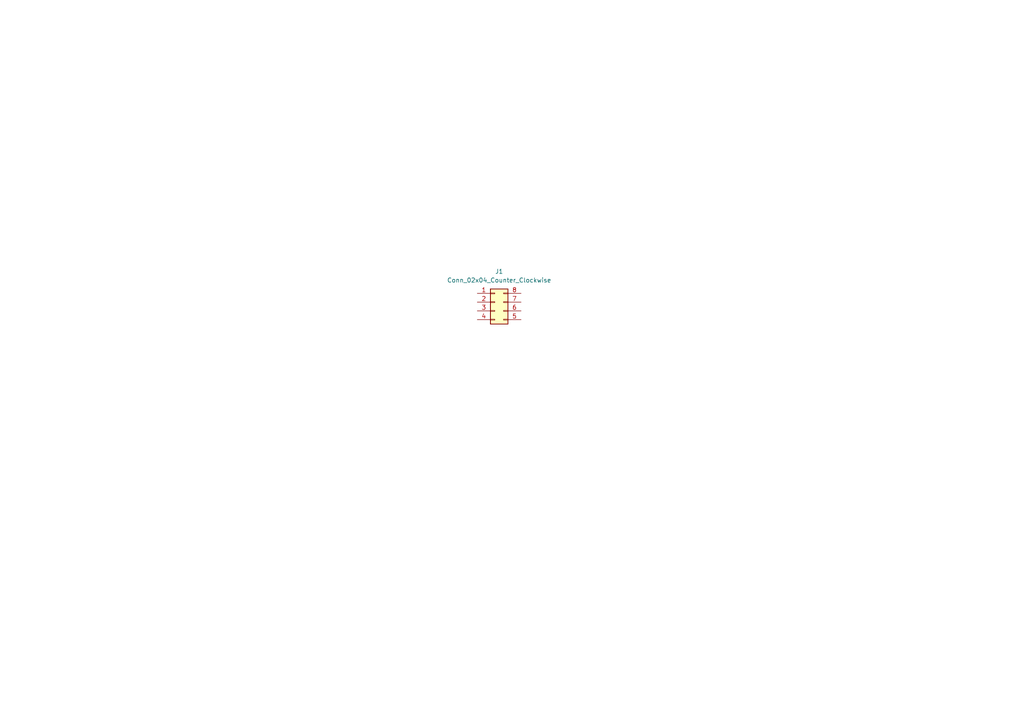
<source format=kicad_sch>
(kicad_sch (version 20231120) (generator "eeschema") (generator_version "8.0")
  (paper "A4")
  (lib_symbols
    (symbol "Connector_Generic:Conn_02x04_Counter_Clockwise" (pin_names (offset 1.016) hide)
      (property "Reference" "J" (at 1.27 5.08 0))
      (property "Value" "Conn_02x04_Counter_Clockwise" (at 1.27 -7.62 0))
      (symbol "Conn_02x04_Counter_Clockwise_1_1"
        (rectangle (start -1.27 -4.953) (end 0 -5.207) (stroke (width 0.1524)))
        (rectangle (start -1.27 -2.413) (end 0 -2.667) (stroke (width 0.1524)))
        (rectangle (start -1.27 0.127) (end 0 -0.127) (stroke (width 0.1524)))
        (rectangle (start -1.27 2.667) (end 0 2.413) (stroke (width 0.1524)))
        (rectangle (start -1.27 3.81) (end 3.81 -6.35) (stroke (width 0.254)) (fill (type background)))
        (rectangle (start 3.81 -4.953) (end 2.54 -5.207) (stroke (width 0.1524)))
        (rectangle (start 3.81 -2.413) (end 2.54 -2.667) (stroke (width 0.1524)))
        (rectangle (start 3.81 0.127) (end 2.54 -0.127) (stroke (width 0.1524)))
        (rectangle (start 3.81 2.667) (end 2.54 2.413) (stroke (width 0.1524)))
        (pin passive line (at -5.08 2.54 0) (length 3.81) (name "Pin_1") (number "1"))
        (pin passive line (at -5.08 0 0) (length 3.81) (name "Pin_2") (number "2"))
        (pin passive line (at -5.08 -2.54 0) (length 3.81) (name "Pin_3") (number "3"))
        (pin passive line (at -5.08 -5.08 0) (length 3.81) (name "Pin_4") (number "4"))
        (pin passive line (at 7.62 -5.08 180) (length 3.81) (name "Pin_5") (number "5"))
        (pin passive line (at 7.62 -2.54 180) (length 3.81) (name "Pin_6") (number "6"))
        (pin passive line (at 7.62 0 180) (length 3.81) (name "Pin_7") (number "7"))
        (pin passive line (at 7.62 2.54 180) (length 3.81) (name "Pin_8") (number "8"))
      )
    )
  )
  (symbol (lib_id "Connector_Generic:Conn_02x04_Counter_Clockwise") (at 143.51 87.63 0) (unit 1)
    (property "Reference" "J1" (at 144.78 78.74 0))
    (property "Value" "Conn_02x04_Counter_Clockwise" (at 144.78 81.28 0))
    (property "Description" "Generic connector, double row, 02x04, counter clockwise pin numbering scheme (similar to DIP package numbering), script generated (kicad-library-utils/schlib/autogen/connector/)" (effects (hide yes)))
  )
)
</source>
